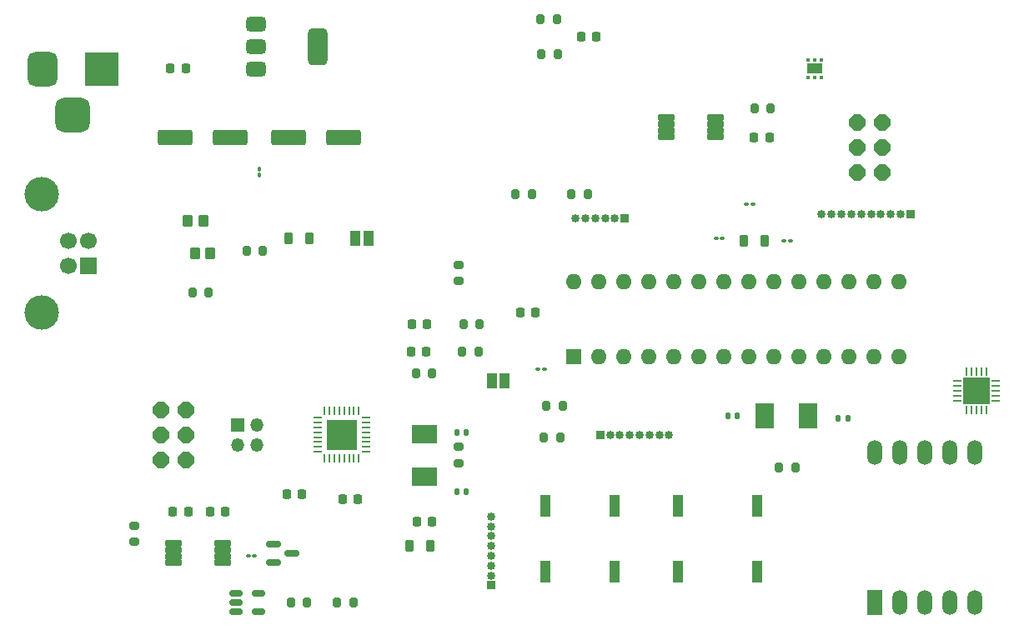
<source format=gbr>
%TF.GenerationSoftware,KiCad,Pcbnew,8.0.8*%
%TF.CreationDate,2025-05-31T18:37:02+02:00*%
%TF.ProjectId,Arduino_pcb,41726475-696e-46f5-9f70-63622e6b6963,rev?*%
%TF.SameCoordinates,Original*%
%TF.FileFunction,Soldermask,Top*%
%TF.FilePolarity,Negative*%
%FSLAX46Y46*%
G04 Gerber Fmt 4.6, Leading zero omitted, Abs format (unit mm)*
G04 Created by KiCad (PCBNEW 8.0.8) date 2025-05-31 18:37:02*
%MOMM*%
%LPD*%
G01*
G04 APERTURE LIST*
G04 Aperture macros list*
%AMRoundRect*
0 Rectangle with rounded corners*
0 $1 Rounding radius*
0 $2 $3 $4 $5 $6 $7 $8 $9 X,Y pos of 4 corners*
0 Add a 4 corners polygon primitive as box body*
4,1,4,$2,$3,$4,$5,$6,$7,$8,$9,$2,$3,0*
0 Add four circle primitives for the rounded corners*
1,1,$1+$1,$2,$3*
1,1,$1+$1,$4,$5*
1,1,$1+$1,$6,$7*
1,1,$1+$1,$8,$9*
0 Add four rect primitives between the rounded corners*
20,1,$1+$1,$2,$3,$4,$5,0*
20,1,$1+$1,$4,$5,$6,$7,0*
20,1,$1+$1,$6,$7,$8,$9,0*
20,1,$1+$1,$8,$9,$2,$3,0*%
%AMFreePoly0*
4,1,17,0.356937,0.810921,0.810921,0.356937,0.825800,0.321016,0.825800,-0.321016,0.810921,-0.356937,0.356937,-0.810921,0.321016,-0.825800,-0.321016,-0.825800,-0.356937,-0.810921,-0.810921,-0.356937,-0.825800,-0.321016,-0.825800,0.321016,-0.810921,0.356937,-0.356937,0.810921,-0.321016,0.825800,0.321016,0.825800,0.356937,0.810921,0.356937,0.810921,$1*%
G04 Aperture macros list end*
%ADD10RoundRect,0.085500X-0.751500X-0.256500X0.751500X-0.256500X0.751500X0.256500X-0.751500X0.256500X0*%
%ADD11RoundRect,0.200000X-0.200000X-0.275000X0.200000X-0.275000X0.200000X0.275000X-0.200000X0.275000X0*%
%ADD12RoundRect,0.062500X0.375000X0.062500X-0.375000X0.062500X-0.375000X-0.062500X0.375000X-0.062500X0*%
%ADD13RoundRect,0.062500X0.062500X0.375000X-0.062500X0.375000X-0.062500X-0.375000X0.062500X-0.375000X0*%
%ADD14R,3.100000X3.100000*%
%ADD15R,1.600000X1.600000*%
%ADD16O,1.600000X1.600000*%
%ADD17R,1.350000X1.350000*%
%ADD18O,1.350000X1.350000*%
%ADD19RoundRect,0.218750X-0.218750X-0.256250X0.218750X-0.256250X0.218750X0.256250X-0.218750X0.256250X0*%
%ADD20RoundRect,0.100000X0.100000X-0.130000X0.100000X0.130000X-0.100000X0.130000X-0.100000X-0.130000X0*%
%ADD21RoundRect,0.140000X0.140000X0.170000X-0.140000X0.170000X-0.140000X-0.170000X0.140000X-0.170000X0*%
%ADD22R,1.900000X2.500000*%
%ADD23RoundRect,0.150000X-0.512500X-0.150000X0.512500X-0.150000X0.512500X0.150000X-0.512500X0.150000X0*%
%ADD24RoundRect,0.218750X-0.218750X-0.381250X0.218750X-0.381250X0.218750X0.381250X-0.218750X0.381250X0*%
%ADD25FreePoly0,270.000000*%
%ADD26R,2.500000X1.900000*%
%ADD27RoundRect,0.134250X-0.402750X-0.477750X0.402750X-0.477750X0.402750X0.477750X-0.402750X0.477750X0*%
%ADD28R,1.524000X2.524000*%
%ADD29O,1.524000X2.524000*%
%ADD30RoundRect,0.100000X-0.130000X-0.100000X0.130000X-0.100000X0.130000X0.100000X-0.130000X0.100000X0*%
%ADD31RoundRect,0.200000X0.200000X0.275000X-0.200000X0.275000X-0.200000X-0.275000X0.200000X-0.275000X0*%
%ADD32RoundRect,0.200000X0.275000X-0.200000X0.275000X0.200000X-0.275000X0.200000X-0.275000X-0.200000X0*%
%ADD33RoundRect,0.375000X-0.625000X-0.375000X0.625000X-0.375000X0.625000X0.375000X-0.625000X0.375000X0*%
%ADD34RoundRect,0.500000X-0.500000X-1.400000X0.500000X-1.400000X0.500000X1.400000X-0.500000X1.400000X0*%
%ADD35RoundRect,0.250000X1.500000X0.550000X-1.500000X0.550000X-1.500000X-0.550000X1.500000X-0.550000X0*%
%ADD36RoundRect,0.875000X-0.875000X-0.875000X0.875000X-0.875000X0.875000X0.875000X-0.875000X0.875000X0*%
%ADD37RoundRect,0.750000X-0.750000X-1.000000X0.750000X-1.000000X0.750000X1.000000X-0.750000X1.000000X0*%
%ADD38R,3.500000X3.500000*%
%ADD39R,1.120000X2.160000*%
%ADD40RoundRect,0.225000X-0.225000X-0.250000X0.225000X-0.250000X0.225000X0.250000X-0.225000X0.250000X0*%
%ADD41RoundRect,0.250000X-1.500000X-0.550000X1.500000X-0.550000X1.500000X0.550000X-1.500000X0.550000X0*%
%ADD42RoundRect,0.150000X-0.587500X-0.150000X0.587500X-0.150000X0.587500X0.150000X-0.587500X0.150000X0*%
%ADD43R,0.850000X0.850000*%
%ADD44O,0.850000X0.850000*%
%ADD45RoundRect,0.200000X-0.275000X0.200000X-0.275000X-0.200000X0.275000X-0.200000X0.275000X0.200000X0*%
%ADD46RoundRect,0.140000X-0.140000X-0.170000X0.140000X-0.170000X0.140000X0.170000X-0.140000X0.170000X0*%
%ADD47RoundRect,0.218750X0.218750X0.256250X-0.218750X0.256250X-0.218750X-0.256250X0.218750X-0.256250X0*%
%ADD48R,1.000000X1.500000*%
%ADD49R,1.700000X1.700000*%
%ADD50C,1.700000*%
%ADD51C,3.500000*%
%ADD52RoundRect,0.100000X0.130000X0.100000X-0.130000X0.100000X-0.130000X-0.100000X0.130000X-0.100000X0*%
%ADD53RoundRect,0.062500X-0.337500X-0.062500X0.337500X-0.062500X0.337500X0.062500X-0.337500X0.062500X0*%
%ADD54RoundRect,0.062500X-0.062500X-0.337500X0.062500X-0.337500X0.062500X0.337500X-0.062500X0.337500X0*%
%ADD55R,2.700000X2.700000*%
%ADD56RoundRect,0.093750X-0.106250X0.093750X-0.106250X-0.093750X0.106250X-0.093750X0.106250X0.093750X0*%
%ADD57R,1.600000X1.000000*%
%ADD58FreePoly0,90.000000*%
G04 APERTURE END LIST*
D10*
%TO.C,U4*%
X82750000Y-142950000D03*
X82750000Y-142300000D03*
X82750000Y-141650000D03*
X82750000Y-141000000D03*
X77750000Y-141000000D03*
X77750000Y-141650000D03*
X77750000Y-142300000D03*
X77750000Y-142950000D03*
%TD*%
D11*
%TO.C,R15*%
X115100000Y-91250000D03*
X116750000Y-91250000D03*
%TD*%
D12*
%TO.C,U1*%
X97267500Y-131687500D03*
X97267500Y-131187500D03*
X97267500Y-130687500D03*
X97267500Y-130187500D03*
X97267500Y-129687500D03*
X97267500Y-129187500D03*
X97267500Y-128687500D03*
X97267500Y-128187500D03*
D13*
X96580000Y-127500000D03*
X96080000Y-127500000D03*
X95580000Y-127500000D03*
X95080000Y-127500000D03*
X94580000Y-127500000D03*
X94080000Y-127500000D03*
X93580000Y-127500000D03*
X93080000Y-127500000D03*
D12*
X92392500Y-128187500D03*
X92392500Y-128687500D03*
X92392500Y-129187500D03*
X92392500Y-129687500D03*
X92392500Y-130187500D03*
X92392500Y-130687500D03*
X92392500Y-131187500D03*
X92392500Y-131687500D03*
D13*
X93080000Y-132375000D03*
X93580000Y-132375000D03*
X94080000Y-132375000D03*
X94580000Y-132375000D03*
X95080000Y-132375000D03*
X95580000Y-132375000D03*
X96080000Y-132375000D03*
X96580000Y-132375000D03*
D14*
X94830000Y-129937500D03*
%TD*%
D10*
%TO.C,U8*%
X132750000Y-99700000D03*
X132750000Y-99050000D03*
X132750000Y-98400000D03*
X132750000Y-97750000D03*
X127750000Y-97750000D03*
X127750000Y-98400000D03*
X127750000Y-99050000D03*
X127750000Y-99700000D03*
%TD*%
D15*
%TO.C,U2*%
X118420000Y-122000000D03*
D16*
X120960000Y-122000000D03*
X123500000Y-122000000D03*
X126040000Y-122000000D03*
X128580000Y-122000000D03*
X131120000Y-122000000D03*
X133660000Y-122000000D03*
X136200000Y-122000000D03*
X138740000Y-122000000D03*
X141280000Y-122000000D03*
X143820000Y-122000000D03*
X146360000Y-122000000D03*
X148900000Y-122000000D03*
X151440000Y-122000000D03*
X151440000Y-114380000D03*
X148900000Y-114380000D03*
X146360000Y-114380000D03*
X143820000Y-114380000D03*
X141280000Y-114380000D03*
X138740000Y-114380000D03*
X136200000Y-114380000D03*
X133660000Y-114380000D03*
X131120000Y-114380000D03*
X128580000Y-114380000D03*
X126040000Y-114380000D03*
X123500000Y-114380000D03*
X120960000Y-114380000D03*
X118420000Y-114380000D03*
%TD*%
D17*
%TO.C,J2*%
X84250000Y-129000000D03*
D18*
X86250000Y-129000000D03*
X84250000Y-131000000D03*
X86250000Y-131000000D03*
%TD*%
D11*
%TO.C,R11*%
X115600000Y-127000000D03*
X117250000Y-127000000D03*
%TD*%
D19*
%TO.C,D1*%
X77675000Y-137750000D03*
X79250000Y-137750000D03*
%TD*%
D20*
%TO.C,C13*%
X86500000Y-103570000D03*
X86500000Y-102930000D03*
%TD*%
D21*
%TO.C,C9*%
X146230000Y-128250000D03*
X145270000Y-128250000D03*
%TD*%
D19*
%TO.C,TX_LED1*%
X101925000Y-118750000D03*
X103500000Y-118750000D03*
%TD*%
D22*
%TO.C,Y2*%
X142200000Y-128000000D03*
X137800000Y-128000000D03*
%TD*%
D11*
%TO.C,R1*%
X85175000Y-111250000D03*
X86825000Y-111250000D03*
%TD*%
D23*
%TO.C,U5*%
X84112500Y-146050000D03*
X84112500Y-147000000D03*
X84112500Y-147950000D03*
X86387500Y-147950000D03*
X86387500Y-146050000D03*
%TD*%
D24*
%TO.C,FB3*%
X135687500Y-110250000D03*
X137812500Y-110250000D03*
%TD*%
D19*
%TO.C,D3*%
X136712500Y-99750000D03*
X138287500Y-99750000D03*
%TD*%
D21*
%TO.C,C2*%
X107500000Y-135750000D03*
X106540000Y-135750000D03*
%TD*%
D25*
%TO.C,J3*%
X147210000Y-98210000D03*
X149750000Y-98210000D03*
X147210000Y-100750000D03*
X149750000Y-100750000D03*
X147210000Y-103290000D03*
X149750000Y-103290000D03*
%TD*%
D26*
%TO.C,Y1*%
X103250000Y-129850000D03*
X103250000Y-134250000D03*
%TD*%
D27*
%TO.C,Z2*%
X79940000Y-111500000D03*
X81500000Y-111500000D03*
%TD*%
D28*
%TO.C,AFF1*%
X148920000Y-147000000D03*
D29*
X151460000Y-147000000D03*
X154000000Y-147000000D03*
X156540000Y-147000000D03*
X159080000Y-147000000D03*
X159080000Y-131760000D03*
X156540000Y-131760000D03*
X154000000Y-131760000D03*
X151460000Y-131760000D03*
X148920000Y-131760000D03*
%TD*%
D30*
%TO.C,C14*%
X135930000Y-106500000D03*
X136570000Y-106500000D03*
%TD*%
D19*
%TO.C,RX_LED1*%
X101856250Y-121500000D03*
X103431250Y-121500000D03*
%TD*%
D31*
%TO.C,R7*%
X140900000Y-133250000D03*
X139250000Y-133250000D03*
%TD*%
D32*
%TO.C,R4*%
X73750000Y-140825000D03*
X73750000Y-139175000D03*
%TD*%
D33*
%TO.C,U6*%
X86100000Y-88200000D03*
X86100000Y-90500000D03*
D34*
X92400000Y-90500000D03*
D33*
X86100000Y-92800000D03*
%TD*%
D11*
%TO.C,R2*%
X79675000Y-115500000D03*
X81325000Y-115500000D03*
%TD*%
D35*
%TO.C,PC2*%
X95000000Y-99750000D03*
X89400000Y-99750000D03*
%TD*%
D11*
%TO.C,R16*%
X115025000Y-87750000D03*
X116675000Y-87750000D03*
%TD*%
D19*
%TO.C,F1*%
X94925000Y-136500000D03*
X96500000Y-136500000D03*
%TD*%
D36*
%TO.C,J8*%
X67500000Y-97492500D03*
D37*
X64500000Y-92792500D03*
D38*
X70500000Y-92792500D03*
%TD*%
D39*
%TO.C,SW4*%
X137000000Y-137135000D03*
X137000000Y-143865000D03*
%TD*%
%TO.C,SW1*%
X115500000Y-137135000D03*
X115500000Y-143865000D03*
%TD*%
D40*
%TO.C,C4*%
X89225000Y-136000000D03*
X90775000Y-136000000D03*
%TD*%
D41*
%TO.C,PC1*%
X77950000Y-99750000D03*
X83550000Y-99750000D03*
%TD*%
D42*
%TO.C,Q1*%
X87875000Y-141050000D03*
X87875000Y-142950000D03*
X89750000Y-142000000D03*
%TD*%
D43*
%TO.C,J5*%
X121080000Y-130000000D03*
D44*
X122080000Y-130000000D03*
X123080000Y-130000000D03*
X124080000Y-130000000D03*
X125080000Y-130000000D03*
X126080000Y-130000000D03*
X127080000Y-130000000D03*
X128080000Y-130000000D03*
%TD*%
D40*
%TO.C,C3*%
X102450000Y-138750000D03*
X104000000Y-138750000D03*
%TD*%
D11*
%TO.C,R6*%
X107212500Y-118750000D03*
X108862500Y-118750000D03*
%TD*%
D45*
%TO.C,R3*%
X106750000Y-131175000D03*
X106750000Y-132825000D03*
%TD*%
D32*
%TO.C,R9*%
X106750000Y-114325000D03*
X106750000Y-112675000D03*
%TD*%
D11*
%TO.C,R17*%
X112500000Y-105500000D03*
X114150000Y-105500000D03*
%TD*%
D24*
%TO.C,FB2*%
X101687500Y-141250000D03*
X103812500Y-141250000D03*
%TD*%
D39*
%TO.C,SW3*%
X129000000Y-137135000D03*
X129000000Y-143865000D03*
%TD*%
D30*
%TO.C,C6*%
X139750000Y-110250000D03*
X140390000Y-110250000D03*
%TD*%
D39*
%TO.C,SW2*%
X122500000Y-137135000D03*
X122500000Y-143865000D03*
%TD*%
D30*
%TO.C,C12*%
X85360000Y-142250000D03*
X86000000Y-142250000D03*
%TD*%
D46*
%TO.C,C8*%
X134040000Y-128000000D03*
X135000000Y-128000000D03*
%TD*%
D47*
%TO.C,D5*%
X120712500Y-89500000D03*
X119137500Y-89500000D03*
%TD*%
D48*
%TO.C,SJ2*%
X110100000Y-124500000D03*
X111400000Y-124500000D03*
%TD*%
D43*
%TO.C,J4*%
X123580000Y-108000000D03*
D44*
X122580000Y-108000000D03*
X121580000Y-108000000D03*
X120580000Y-108000000D03*
X119580000Y-108000000D03*
X118580000Y-108000000D03*
%TD*%
D11*
%TO.C,R18*%
X118175000Y-105500000D03*
X119825000Y-105500000D03*
%TD*%
%TO.C,R8*%
X102350000Y-123750000D03*
X104000000Y-123750000D03*
%TD*%
D21*
%TO.C,C1*%
X107460000Y-129750000D03*
X106500000Y-129750000D03*
%TD*%
D43*
%TO.C,J6*%
X152580000Y-107500000D03*
D44*
X151580000Y-107500000D03*
X150580000Y-107500000D03*
X149580000Y-107500000D03*
X148580000Y-107500000D03*
X147580000Y-107500000D03*
X146580000Y-107500000D03*
X145580000Y-107500000D03*
X144580000Y-107500000D03*
X143580000Y-107500000D03*
%TD*%
D48*
%TO.C,SJ1*%
X96250000Y-110000000D03*
X97550000Y-110000000D03*
%TD*%
D49*
%TO.C,X1*%
X69077500Y-112750000D03*
D50*
X69077500Y-110250000D03*
X67077500Y-110250000D03*
X67077500Y-112750000D03*
D51*
X64367500Y-117520000D03*
X64367500Y-105480000D03*
%TD*%
D11*
%TO.C,R10*%
X115350000Y-130250000D03*
X117000000Y-130250000D03*
%TD*%
D31*
%TO.C,R13*%
X91325000Y-147000000D03*
X89675000Y-147000000D03*
%TD*%
D52*
%TO.C,C7*%
X133500000Y-110000000D03*
X132860000Y-110000000D03*
%TD*%
D43*
%TO.C,J7*%
X110000000Y-145250000D03*
D44*
X110000000Y-144250000D03*
X110000000Y-143250000D03*
X110000000Y-142250000D03*
X110000000Y-141250000D03*
X110000000Y-140250000D03*
X110000000Y-139250000D03*
X110000000Y-138250000D03*
%TD*%
D11*
%TO.C,R14*%
X136745000Y-96750000D03*
X138395000Y-96750000D03*
%TD*%
%TO.C,R5*%
X107068750Y-121500000D03*
X108718750Y-121500000D03*
%TD*%
D40*
%TO.C,C5*%
X81475000Y-137750000D03*
X83025000Y-137750000D03*
%TD*%
D47*
%TO.C,D4*%
X79000000Y-92750000D03*
X77425000Y-92750000D03*
%TD*%
D53*
%TO.C,U7*%
X157350000Y-124500000D03*
X157350000Y-125000000D03*
X157350000Y-125500000D03*
X157350000Y-126000000D03*
X157350000Y-126500000D03*
D54*
X158300000Y-127450000D03*
X158800000Y-127450000D03*
X159300000Y-127450000D03*
X159800000Y-127450000D03*
X160300000Y-127450000D03*
D53*
X161250000Y-126500000D03*
X161250000Y-126000000D03*
X161250000Y-125500000D03*
X161250000Y-125000000D03*
X161250000Y-124500000D03*
D54*
X160300000Y-123550000D03*
X159800000Y-123550000D03*
X159300000Y-123550000D03*
X158800000Y-123550000D03*
X158300000Y-123550000D03*
D55*
X159300000Y-125500000D03*
%TD*%
D27*
%TO.C,Z1*%
X79220000Y-108250000D03*
X80780000Y-108250000D03*
%TD*%
D24*
%TO.C,FB1*%
X89437500Y-110000000D03*
X91562500Y-110000000D03*
%TD*%
D30*
%TO.C,C10*%
X114750000Y-123250000D03*
X115390000Y-123250000D03*
%TD*%
D56*
%TO.C,U3*%
X143500000Y-91862500D03*
X142850000Y-91862500D03*
X142200000Y-91862500D03*
X142200000Y-93637500D03*
X142850000Y-93637500D03*
X143500000Y-93637500D03*
D57*
X142850000Y-92750000D03*
%TD*%
D19*
%TO.C,D2*%
X112962500Y-117500000D03*
X114537500Y-117500000D03*
%TD*%
D31*
%TO.C,R12*%
X96000000Y-147000000D03*
X94350000Y-147000000D03*
%TD*%
D58*
%TO.C,J1*%
X79000000Y-132540000D03*
X76460000Y-132540000D03*
X79000000Y-130000000D03*
X76460000Y-130000000D03*
X79000000Y-127460000D03*
X76460000Y-127460000D03*
%TD*%
M02*

</source>
